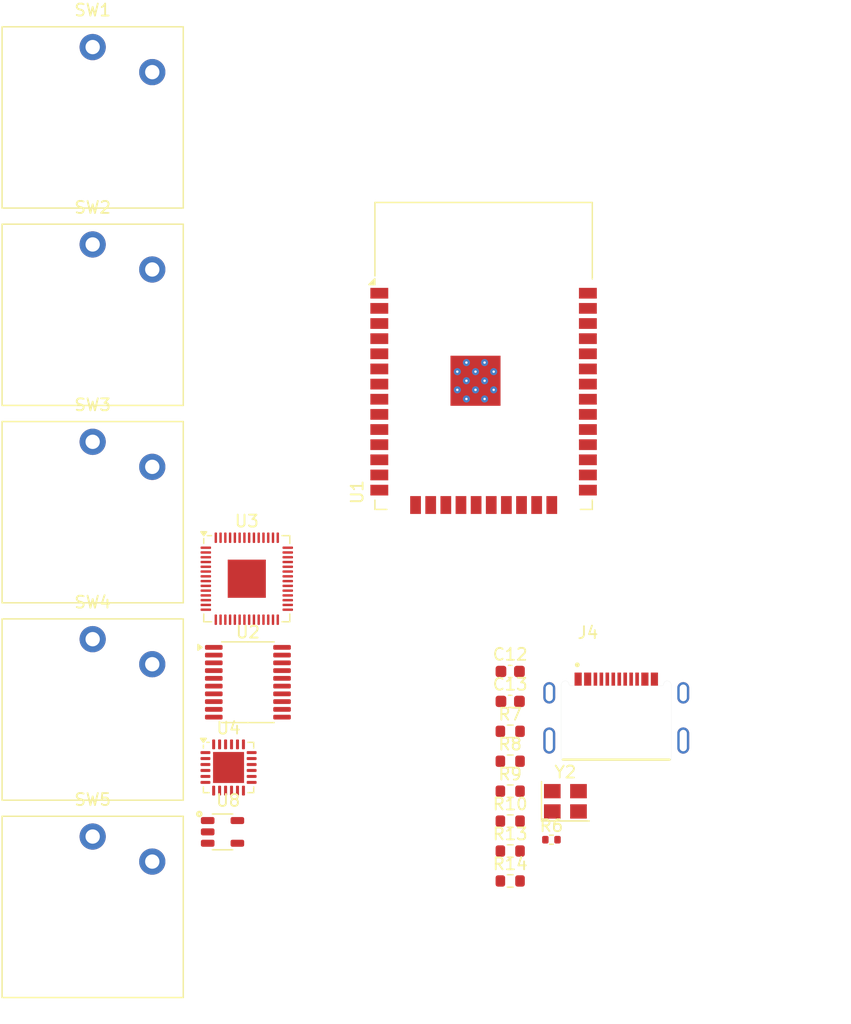
<source format=kicad_pcb>
(kicad_pcb (version 20241229) (generator "pcbnew") (generator_version "9.0")
  (layers (0 "F.Cu" signal) (2 "B.Cu" signal) (13 "F.Paste" user) (15 "B.Paste" user) (5 "F.SilkS" user "F.Silkscreen") (7 "B.SilkS" user "B.Silkscreen") (1 "F.Mask" user) (3 "B.Mask" user) (25 "Edge.Cuts" user))
  (net 0 "")
  (net 37 "Net-(U3-IOVDD-Pad1)")
  (net 68 "Net-(U3-DVDD-Pad23)")
  (net 96 "Net-(C12-Pad2)")
  (net 97 "GND")
  (net 98 "Net-(U1-IO33)")
  (net 99 "Net-(J4-CC2)")
  (net 100 "DM")
  (net 101 "DP")
  (net 103 "Net-(J4-CC1)")
  (net 104 "VBUS-RP2040")
  (net 106 "Net-(U1-IO32)")
  (net 107 "ESP_USB_DP")
  (net 108 "ESP_USB_DM")
  (net 109 "Net-(J2-CC1)")
  (net 110 "Net-(J2-CC2)")
  (net 111 "AGND")
  (net 112 "EN - ESP32")
  (net 113 "BCK")
  (net 114 "TXD-U0RXD")
  (net 115 "LRCK")
  (net 116 "SCK-ESP32")
  (net 117 "MOSI-ESP32")
  (net 118 "CS-ESP32")
  (net 119 "VCC3v3")
  (net 120 "MISO-ESP32")
  (net 121 "RXD-U0TXD")
  (net 122 "DTR")
  (net 123 "DIN")
  (net 124 "Net-(U2-LRCK)")
  (net 125 "Net-(U2-CAPM)")
  (net 126 "Net-(U2-CAPP)")
  (net 127 "Net-(U2-LDOO)")
  (net 128 "Net-(U2-OUTL)")
  (net 129 "Net-(U2-BCK)")
  (net 130 "Net-(U2-DIN)")
  (net 131 "Net-(U2-OUTR)")
  (net 132 "VCC3v3a")
  (net 133 "GNDREF")
  (net 134 "MOSI-RP2040")
  (net 135 "MISO-RP2040")
  (net 136 "CS-RP2040")
  (net 137 "SEL")
  (net 138 "SCK-RP2040")
  (net 139 "D+")
  (net 140 "VBUS-ESP32")
  (net 141 "D-")
  (footprint "Crystal:Crystal_SMD_3225-4Pin_3.2x2.5mm" (layer "F.Cu") (at 107.61 114.595)
    (property "Reference" "Y2" (at 0 -2.45 0) (layer "F.SilkS"))
    (property "Value" "40MHz-Xtal")
    (fp_line (start -2 -1.65) (end -2 1.65) (stroke (width 0.12)) (layer "F.SilkS"))
    (fp_line (start -2 1.65) (end 2 1.65) (stroke (width 0.12)) (layer "F.SilkS"))
    (pad "1" smd rect (at -1.1 0.85) (size 1.4 1.2) (layers "F.Cu" "F.Mask" "F.Paste") (net 98 "Net-(U1-IO33)"))
    (pad "2" smd rect (at 1.1 0.85) (size 1.4 1.2) (layers "F.Cu" "F.Mask" "F.Paste") (net 97 "GND"))
    (pad "3" smd rect (at 1.1 -0.85) (size 1.4 1.2) (layers "F.Cu" "F.Mask" "F.Paste") (net 96 "Net-(C12-Pad2)"))
    (pad "4" smd rect (at -1.1 -0.85) (size 1.4 1.2) (layers "F.Cu" "F.Mask" "F.Paste") (net 97 "GND"))
  )
  (footprint "Kailh_Choc_White:Choc_V1" (layer "F.Cu") (at 67.95 106.9)
    (property "Reference" "SW4" (at 0 -9 0) (layer "F.SilkS"))
    (property "Value" "SW_SPST")
    (fp_line (start -7.6 -7.6) (end -7.6 7.6) (stroke (width 0.12)) (layer "F.SilkS"))
    (fp_line (start -7.6 7.6) (end 7.6 7.6) (stroke (width 0.12)) (layer "F.SilkS"))
    (fp_line (start 7.6 -7.6) (end -7.6 -7.6) (stroke (width 0.12)) (layer "F.SilkS"))
    (fp_line (start 7.6 7.6) (end 7.6 -7.6) (stroke (width 0.12)) (layer "F.SilkS"))
    (pad "" np_thru_hole circle (at -5.5 0) (size 1.9 1.9) (drill 1.9) (layers "*.Cu" "*.Mask"))
    (pad "" np_thru_hole circle (at 0 0) (size 3.45 3.45) (drill 3.45) (layers "*.Cu" "*.Mask"))
    (pad "" np_thru_hole circle (at 5.5 0) (size 1.9 1.9) (drill 1.9) (layers "*.Cu" "*.Mask"))
    (pad "1" thru_hole circle (at 0 -5.9) (size 2.2 2.2) (drill 1.2) (layers "*.Cu" "*.Mask"))
    (pad "2" thru_hole circle (at 5 -3.8) (size 2.2 2.2) (drill 1.2) (layers "*.Cu" "*.Mask"))
  )
  (footprint "Resistor_SMD:R_0603_1608Metric" (layer "F.Cu") (at 102.98 113.745)
    (property "Reference" "R9" (at 0 -1.43 0) (layer "F.SilkS"))
    (property "Value" "5.1k")
    (fp_line (start -0.237258 -0.5225) (end 0.237258 -0.5225) (stroke (width 0.12)) (layer "F.SilkS"))
    (fp_line (start -0.237258 0.5225) (end 0.237258 0.5225) (stroke (width 0.12)) (layer "F.SilkS"))
    (pad "1" smd roundrect (at -0.825 0) (size 0.8 0.95) (layers "F.Cu" "F.Mask" "F.Paste") (net 97 "GND"))
    (pad "2" smd roundrect (at 0.825 0) (size 0.8 0.95) (layers "F.Cu" "F.Mask" "F.Paste") (net 99 "Net-(J4-CC2)"))
  )
  (footprint "RF_Module:ESP32-WROOM-32" (layer "F.Cu") (at 100.75 80.24)
    (property "Reference" "U1" (at -10.61 8.43 90) (layer "F.SilkS"))
    (property "Value" "ESP32-WROOM-32")
    (fp_line (start -9.12 -15.86) (end -9.12 -9.7) (stroke (width 0.12)) (layer "F.SilkS"))
    (fp_line (start -9.12 -15.86) (end 9.12 -15.86) (stroke (width 0.12)) (layer "F.SilkS"))
    (fp_line (start -9.12 9.1) (end -9.12 9.88) (stroke (width 0.12)) (layer "F.SilkS"))
    (fp_line (start -9.12 9.88) (end -8.12 9.88) (stroke (width 0.12)) (layer "F.SilkS"))
    (fp_line (start 9.12 -15.86) (end 9.12 -9.445) (stroke (width 0.12)) (layer "F.SilkS"))
    (fp_line (start 9.12 9.1) (end 9.12 9.88) (stroke (width 0.12)) (layer "F.SilkS"))
    (fp_line (start 9.12 9.88) (end 8.12 9.88) (stroke (width 0.12)) (layer "F.SilkS"))
    (fp_poly (pts (xy -9.125 -8.975) (xy -9.625 -8.975) (xy -9.125 -9.475) (xy -9.125 -8.975)) (stroke (width 0.12)) (fill yes) (layer "F.SilkS"))
    (pad "1" smd rect (at -8.75 -8.25) (size 1.5 0.9) (layers "F.Cu" "F.Mask" "F.Paste") (net 111 "AGND"))
    (pad "2" smd rect (at -8.75 -6.98) (size 1.5 0.9) (layers "F.Cu" "F.Mask" "F.Paste") (net 119 "VCC3v3"))
    (pad "3" smd rect (at -8.75 -5.71) (size 1.5 0.9) (layers "F.Cu" "F.Mask" "F.Paste") (net 112 "EN - ESP32"))
    (pad "4" smd rect (at -8.75 -4.44) (size 1.5 0.9) (layers "F.Cu" "F.Mask" "F.Paste"))
    (pad "5" smd rect (at -8.75 -3.17) (size 1.5 0.9) (layers "F.Cu" "F.Mask" "F.Paste"))
    (pad "6" smd rect (at -8.75 -1.9) (size 1.5 0.9) (layers "F.Cu" "F.Mask" "F.Paste"))
    (pad "7" smd rect (at -8.75 -0.63) (size 1.5 0.9) (layers "F.Cu" "F.Mask" "F.Paste"))
    (pad "8" smd rect (at -8.75 0.64) (size 1.5 0.9) (layers "F.Cu" "F.Mask" "F.Paste") (net 106 "Net-(U1-IO32)"))
    (pad "9" smd rect (at -8.75 1.91) (size 1.5 0.9) (layers "F.Cu" "F.Mask" "F.Paste") (net 98 "Net-(U1-IO33)"))
    (pad "10" smd rect (at -8.75 3.18) (size 1.5 0.9) (layers "F.Cu" "F.Mask" "F.Paste") (net 115 "LRCK"))
    (pad "11" smd rect (at -8.75 4.45) (size 1.5 0.9) (layers "F.Cu" "F.Mask" "F.Paste") (net 113 "BCK"))
    (pad "12" smd rect (at -8.75 5.72) (size 1.5 0.9) (layers "F.Cu" "F.Mask" "F.Paste"))
    (pad "13" smd rect (at -8.75 6.99) (size 1.5 0.9) (layers "F.Cu" "F.Mask" "F.Paste"))
    (pad "14" smd rect (at -8.75 8.26) (size 1.5 0.9) (layers "F.Cu" "F.Mask" "F.Paste"))
    (pad "15" smd rect (at -5.71 9.51 90) (size 1.5 0.9) (layers "F.Cu" "F.Mask" "F.Paste") (net 111 "AGND"))
    (pad "16" smd rect (at -4.44 9.51 90) (size 1.5 0.9) (layers "F.Cu" "F.Mask" "F.Paste"))
    (pad "17" smd rect (at -3.17 9.51 90) (size 1.5 0.9) (layers "F.Cu" "F.Mask" "F.Paste"))
    (pad "18" smd rect (at -1.9 9.51 90) (size 1.5 0.9) (layers "F.Cu" "F.Mask" "F.Paste"))
    (pad "19" smd rect (at -0.63 9.51 90) (size 1.5 0.9) (layers "F.Cu" "F.Mask" "F.Paste"))
    (pad "20" smd rect (at 0.64 9.51 90) (size 1.5 0.9) (layers "F.Cu" "F.Mask" "F.Paste"))
    (pad "21" smd rect (at 1.91 9.51 90) (size 1.5 0.9) (layers "F.Cu" "F.Mask" "F.Paste"))
    (pad "22" smd rect (at 3.18 9.51 90) (size 1.5 0.9) (layers "F.Cu" "F.Mask" "F.Paste"))
    (pad "23" smd rect (at 4.45 9.51 90) (size 1.5 0.9) (layers "F.Cu" "F.Mask" "F.Paste"))
    (pad "24" smd rect (at 5.72 9.51 90) (size 1.5 0.9) (layers "F.Cu" "F.Mask" "F.Paste"))
    (pad "25" smd rect (at 8.75 8.26) (size 1.5 0.9) (layers "F.Cu" "F.Mask" "F.Paste") (net 122 "DTR"))
    (pad "26" smd rect (at 8.75 6.99) (size 1.5 0.9) (layers "F.Cu" "F.Mask" "F.Paste"))
    (pad "27" smd rect (at 8.75 5.72) (size 1.5 0.9) (layers "F.Cu" "F.Mask" "F.Paste"))
    (pad "28" smd rect (at 8.75 4.45) (size 1.5 0.9) (layers "F.Cu" "F.Mask" "F.Paste"))
    (pad "29" smd rect (at 8.75 3.18) (size 1.5 0.9) (layers "F.Cu" "F.Mask" "F.Paste"))
    (pad "30" smd rect (at 8.75 1.91) (size 1.5 0.9) (layers "F.Cu" "F.Mask" "F.Paste") (net 116 "SCK-ESP32"))
    (pad "31" smd rect (at 8.75 0.64) (size 1.5 0.9) (layers "F.Cu" "F.Mask" "F.Paste") (net 120 "MISO-ESP32"))
    (pad "32" smd rect (at 8.75 -0.63) (size 1.5 0.9) (layers "F.Cu" "F.Mask" "F.Paste"))
    (pad "33" smd rect (at 8.75 -1.9) (size 1.5 0.9) (layers "F.Cu" "F.Mask" "F.Paste") (net 118 "CS-ESP32"))
    (pad "34" smd rect (at 8.75 -3.17) (size 1.5 0.9) (layers "F.Cu" "F.Mask" "F.Paste") (net 114 "TXD-U0RXD"))
    (pad "35" smd rect (at 8.75 -4.44) (size 1.5 0.9) (layers "F.Cu" "F.Mask" "F.Paste") (net 121 "RXD-U0TXD"))
    (pad "36" smd rect (at 8.75 -5.71) (size 1.5 0.9) (layers "F.Cu" "F.Mask" "F.Paste") (net 123 "DIN"))
    (pad "37" smd rect (at 8.75 -6.98) (size 1.5 0.9) (layers "F.Cu" "F.Mask" "F.Paste") (net 117 "MOSI-ESP32"))
    (pad "38" smd rect (at 8.75 -8.25) (size 1.5 0.9) (layers "F.Cu" "F.Mask" "F.Paste") (net 111 "AGND"))
    (pad "39" smd rect (at -2.205 -2.435) (size 1.05 1.05) (layers "F.Cu" "F.Paste") (net 111 "AGND"))
    (pad "39" thru_hole circle (at -2.205 -1.6725) (size 0.6 0.6) (drill 0.2) (property pad_prop_heatsink) (layers "*.Cu" "F.Mask") (net 111 "AGND"))
    (pad "39" smd rect (at -2.205 -0.91) (size 1.05 1.05) (layers "F.Cu" "F.Paste") (net 111 "AGND"))
    (pad "39" thru_hole circle (at -2.205 -0.1475) (size 0.6 0.6) (drill 0.2) (property pad_prop_heatsink) (layers "*.Cu" "F.Mask") (net 111 "AGND"))
    (pad "39" smd rect (at -2.205 0.615) (size 1.05 1.05) (layers "F.Cu" "F.Paste") (net 111 "AGND"))
    (pad "39" thru_hole circle (at -1.4425 -2.435) (size 0.6 0.6) (drill 0.2) (property pad_prop_heatsink) (layers "*.Cu" "F.Mask") (net 111 "AGND"))
    (pad "39" thru_hole circle (at -1.4425 -0.91) (size 0.6 0.6) (drill 0.2) (property pad_prop_heatsink) (layers "*.Cu" "F.Mask") (net 111 "AGND"))
    (pad "39" thru_hole circle (at -1.4425 0.615) (size 0.6 0.6) (drill 0.2) (property pad_prop_heatsink) (layers "*.Cu" "F.Mask") (net 111 "AGND"))
    (pad "39" smd rect (at -0.68 -2.435) (size 1.05 1.05) (layers "F.Cu" "F.Paste") (net 111 "AGND"))
    (pad "39" thru_hole circle (at -0.68 -1.6725) (size 0.6 0.6) (drill 0.2) (property pad_prop_heatsink) (layers "*.Cu" "F.Mask") (net 111 "AGND"))
    (pad "39" smd rect (at -0.68 -0.91) (size 1.05 1.05) (layers "F.Cu" "F.Paste") (net 111 "AGND"))
    (pad "39" smd rect (at -0.68 -0.91) (size 4.2 4.2) (property pad_prop_heatsink) (layers "F.Cu" "F.Mask") (net 111 "AGND"))
    (pad "39" thru_hole circle (at -0.68 -0.1475) (size 0.6 0.6) (drill 0.2) (property pad_prop_heatsink) (layers "*.Cu" "F.Mask") (net 111 "AGND"))
    (pad "39" smd rect (at -0.68 0.615) (size 1.05 1.05) (layers "F.Cu" "F.Paste") (net 111 "AGND"))
    (pad "39" thru_hole circle (at 0.0825 -2.435) (size 0.6 0.6) (drill 0.2) (property pad_prop_heatsink) (layers "*.Cu" "F.Mask") (net 111 "AGND"))
    (pad "39" thru_hole circle (at 0.0825 -0.91) (size 0.6 0.6) (drill 0.2) (property pad_prop_heatsink) (layers "*.Cu" "F.Mask") (net 111 "AGND"))
    (pad "39" thru_hole circle (at 0.0825 0.615) (size 0.6 0.6) (drill 0.2) (property pad_prop_heatsink) (layers "*.Cu" "F.Mask") (net 111 "AGND"))
    (pad "39" smd rect (at 0.845 -2.435) (size 1.05 1.05) (layers "F.Cu" "F.Paste") (net 111 "AGND"))
    (pad "39" thru_hole circle (at 0.845 -1.6725) (size 0.6 0.6) (drill 0.2) (property pad_prop_heatsink) (layers "*.Cu" "F.Mask") (net 111 "AGND"))
    (pad "39" smd rect (at 0.845 -0.91) (size 1.05 1.05) (layers "F.Cu" "F.Paste") (net 111 "AGND"))
    (pad "39" thru_hole circle (at 0.845 -0.1475) (size 0.6 0.6) (drill 0.2) (property pad_prop_heatsink) (layers "*.Cu" "F.Mask") (net 111 "AGND"))
    (pad "39" smd rect (at 0.845 0.615) (size 1.05 1.05) (layers "F.Cu" "F.Paste") (net 111 "AGND"))
  )
  (footprint "USB-C-2.0-24P(16+8):GCT_USB4500-03-0-A_REVA1" (layer "F.Cu") (at 111.88 109.5)
    (property "Reference" "J4" (at -2.375 -9.045 0) (layer "F.SilkS"))
    (property "Value" "USB4500-03-0-A_REVA1")
    (fp_line (start -4.47 1.6) (end 4.47 1.6) (stroke (width 0.2)) (layer "F.SilkS"))
    (fp_circle (center -3.27 -6.35) (end -3.17 -6.35) (stroke (width 0.2)) (fill no) (layer "F.SilkS"))
    (fp_line (start -4.62 -4.65) (end -4.62 1.6) (stroke (width 0.01)) (layer "Edge.Cuts"))
    (fp_line (start -4.62 1.6) (end 4.62 1.6) (stroke (width 0.01)) (layer "Edge.Cuts"))
    (fp_line (start 3.82 -4.6) (end -3.82 -4.6) (stroke (width 0.01)) (layer "Edge.Cuts"))
    (fp_line (start 4.62 1.6) (end 4.62 -4.65) (stroke (width 0.01)) (layer "Edge.Cuts"))
    (fp_arc (start -4.62 -4.65) (mid -4.517487 -4.897487) (end -4.27 -5) (stroke (width 0.01)) (layer "Edge.Cuts"))
    (fp_arc (start -4.27 -5) (mid -4.06201 -4.922132) (end -3.97 -4.72) (stroke (width 0.01)) (layer "Edge.Cuts"))
    (fp_arc (start -3.82 -4.6) (mid -3.919853 -4.628934) (end -3.97 -4.72) (stroke (width 0.01)) (layer "Edge.Cuts"))
    (fp_arc (start 3.97 -4.72) (mid 3.919853 -4.628934) (end 3.82 -4.6) (stroke (width 0.01)) (layer "Edge.Cuts"))
    (fp_arc (start 3.97 -4.72) (mid 4.06201 -4.922132) (end 4.27 -5) (stroke (width 0.01)) (layer "Edge.Cuts"))
    (fp_arc (start 4.27 -5) (mid 4.517487 -4.897487) (end 4.62 -4.65) (stroke (width 0.01)) (layer "Edge.Cuts"))
    (pad "A1_B12" smd rect (at -3.2 -5.15) (size 0.6 1.1) (layers "F.Cu" "F.Mask" "F.Paste") (net 97 "GND"))
    (pad "A4_B9" smd rect (at -2.4 -5.15) (size 0.6 1.1) (layers "F.Cu" "F.Mask" "F.Paste") (net 104 "VBUS-RP2040"))
    (pad "A5" smd rect (at -1.25 -5.15) (size 0.3 1.1) (layers "F.Cu" "F.Mask" "F.Paste") (net 103 "Net-(J4-CC1)"))
    (pad "A6" smd rect (at -0.25 -5.15) (size 0.3 1.1) (layers "F.Cu" "F.Mask" "F.Paste") (net 101 "DP"))
    (pad "A7" smd rect (at 0.25 -5.15) (size 0.3 1.1) (layers "F.Cu" "F.Mask" "F.Paste") (net 100 "DM"))
    (pad "A8" smd rect (at 1.25 -5.15) (size 0.3 1.1) (layers "F.Cu" "F.Mask" "F.Paste"))
    (pad "B1_A12" smd rect (at 3.2 -5.15) (size 0.6 1.1) (layers "F.Cu" "F.Mask" "F.Paste") (net 97 "GND"))
    (pad "B4_A9" smd rect (at 2.4 -5.15) (size 0.6 1.1) (layers "F.Cu" "F.Mask" "F.Paste") (net 104 "VBUS-RP2040"))
    (pad "B5" smd rect (at 1.75 -5.15) (size 0.3 1.1) (layers "F.Cu" "F.Mask" "F.Paste") (net 99 "Net-(J4-CC2)"))
    (pad "B6" smd rect (at 0.75 -5.15) (size 0.3 1.1) (layers "F.Cu" "F.Mask" "F.Paste") (net 101 "DP"))
    (pad "B7" smd rect (at -0.75 -5.15) (size 0.3 1.1) (layers "F.Cu" "F.Mask" "F.Paste") (net 100 "DM"))
    (pad "B8" smd rect (at -1.75 -5.15) (size 0.3 1.1) (layers "F.Cu" "F.Mask" "F.Paste"))
    (pad "SH1" thru_hole oval (at -5.62 0) (size 1 2.2) (drill oval 0.6 1.8) (layers "*.Cu" "*.Mask") (net 97 "GND"))
    (pad "SH2" thru_hole oval (at 5.62 -4) (size 1 1.8) (drill oval 0.6 1.4) (layers "*.Cu" "*.Mask") (net 97 "GND"))
    (pad "SH3" thru_hole oval (at -5.62 -4) (size 1 1.8) (drill oval 0.6 1.4) (layers "*.Cu" "*.Mask") (net 97 "GND"))
    (pad "SH4" thru_hole oval (at 5.62 0) (size 1 2.2) (drill oval 0.6 1.8) (layers "*.Cu" "*.Mask") (net 97 "GND"))
  )
  (footprint "Resistor_SMD:R_0603_1608Metric" (layer "F.Cu") (at 102.98 108.725)
    (property "Reference" "R7" (at 0 -1.43 0) (layer "F.SilkS"))
    (property "Value" "22k")
    (fp_line (start -0.237258 -0.5225) (end 0.237258 -0.5225) (stroke (width 0.12)) (layer "F.SilkS"))
    (fp_line (start -0.237258 0.5225) (end 0.237258 0.5225) (stroke (width 0.12)) (layer "F.SilkS"))
    (pad "1" smd roundrect (at -0.825 0) (size 0.8 0.95) (layers "F.Cu" "F.Mask" "F.Paste") (net 101 "DP"))
    (pad "2" smd roundrect (at 0.825 0) (size 0.8 0.95) (layers "F.Cu" "F.Mask" "F.Paste") (net 107 "ESP_USB_DP"))
  )
  (footprint "Kailh_Choc_White:Choc_V1" (layer "F.Cu") (at 67.95 123.45)
    (property "Reference" "SW5" (at 0 -9 0) (layer "F.SilkS"))
    (property "Value" "SW_SPST")
    (fp_line (start -7.6 -7.6) (end -7.6 7.6) (stroke (width 0.12)) (layer "F.SilkS"))
    (fp_line (start -7.6 7.6) (end 7.6 7.6) (stroke (width 0.12)) (layer "F.SilkS"))
    (fp_line (start 7.6 -7.6) (end -7.6 -7.6) (stroke (width 0.12)) (layer "F.SilkS"))
    (fp_line (start 7.6 7.6) (end 7.6 -7.6) (stroke (width 0.12)) (layer "F.SilkS"))
    (pad "" np_thru_hole circle (at -5.5 0) (size 1.9 1.9) (drill 1.9) (layers "*.Cu" "*.Mask"))
    (pad "" np_thru_hole circle (at 0 0) (size 3.45 3.45) (drill 3.45) (layers "*.Cu" "*.Mask"))
    (pad "" np_thru_hole circle (at 5.5 0) (size 1.9 1.9) (drill 1.9) (layers "*.Cu" "*.Mask"))
    (pad "1" thru_hole circle (at 0 -5.9) (size 2.2 2.2) (drill 1.2) (layers "*.Cu" "*.Mask"))
    (pad "2" thru_hole circle (at 5 -3.8) (size 2.2 2.2) (drill 1.2) (layers "*.Cu" "*.Mask"))
  )
  (footprint "Resistor_SMD:R_0402_1005Metric" (layer "F.Cu") (at 106.44 117.815)
    (property "Reference" "R6" (at 0 -1.17 0) (layer "F.SilkS"))
    (property "Value" "0k")
    (fp_line (start -0.153641 -0.38) (end 0.153641 -0.38) (stroke (width 0.12)) (layer "F.SilkS"))
    (fp_line (start -0.153641 0.38) (end 0.153641 0.38) (stroke (width 0.12)) (layer "F.SilkS"))
    (pad "1" smd roundrect (at -0.51 0) (size 0.54 0.64) (layers "F.Cu" "F.Mask" "F.Paste") (net 96 "Net-(C12-Pad2)"))
    (pad "2" smd roundrect (at 0.51 0) (size 0.54 0.64) (layers "F.Cu" "F.Mask" "F.Paste") (net 106 "Net-(U1-IO32)"))
  )
  (footprint "Package_SO:TSSOP-20_4.4x6.5mm_P0.65mm" (layer "F.Cu") (at 80.975 104.61)
    (property "Reference" "U2" (at 0 -4.2 0) (layer "F.SilkS"))
    (property "Value" "PCM5102A")
    (fp_line (start 0 -3.385) (end -2.2 -3.385) (stroke (width 0.12)) (layer "F.SilkS"))
    (fp_line (start 0 -3.385) (end 2.2 -3.385) (stroke (width 0.12)) (layer "F.SilkS"))
    (fp_line (start 0 3.385) (end -2.2 3.385) (stroke (width 0.12)) (layer "F.SilkS"))
    (fp_line (start 0 3.385) (end 2.2 3.385) (stroke (width 0.12)) (layer "F.SilkS"))
    (fp_poly (pts (xy -3.86 -2.925) (xy -4.19 -3.165) (xy -4.19 -2.685) (xy -3.86 -2.925)) (stroke (width 0.12)) (fill yes) (layer "F.SilkS"))
    (pad "1" smd roundrect (at -2.8625 -2.925) (size 1.475 0.4) (layers "F.Cu" "F.Mask" "F.Paste") (net 132 "VCC3v3a"))
    (pad "2" smd roundrect (at -2.8625 -2.275) (size 1.475 0.4) (layers "F.Cu" "F.Mask" "F.Paste") (net 126 "Net-(U2-CAPP)"))
    (pad "3" smd roundrect (at -2.8625 -1.625) (size 1.475 0.4) (layers "F.Cu" "F.Mask" "F.Paste"))
    (pad "4" smd roundrect (at -2.8625 -0.975) (size 1.475 0.4) (layers "F.Cu" "F.Mask" "F.Paste") (net 125 "Net-(U2-CAPM)"))
    (pad "5" smd roundrect (at -2.8625 -0.325) (size 1.475 0.4) (layers "F.Cu" "F.Mask" "F.Paste"))
    (pad "6" smd roundrect (at -2.8625 0.325) (size 1.475 0.4) (layers "F.Cu" "F.Mask" "F.Paste") (net 128 "Net-(U2-OUTL)"))
    (pad "7" smd roundrect (at -2.8625 0.975) (size 1.475 0.4) (layers "F.Cu" "F.Mask" "F.Paste") (net 131 "Net-(U2-OUTR)"))
    (pad "8" smd roundrect (at -2.8625 1.625) (size 1.475 0.4) (layers "F.Cu" "F.Mask" "F.Paste") (net 132 "VCC3v3a"))
    (pad "9" smd roundrect (at -2.8625 2.275) (size 1.475 0.4) (layers "F.Cu" "F.Mask" "F.Paste") (net 133 "GNDREF"))
    (pad "10" smd roundrect (at -2.8625 2.925) (size 1.475 0.4) (layers "F.Cu" "F.Mask" "F.Paste") (net 111 "AGND"))
    (pad "11" smd roundrect (at 2.8625 2.925) (size 1.475 0.4) (layers "F.Cu" "F.Mask" "F.Paste") (net 111 "AGND"))
    (pad "12" smd roundrect (at 2.8625 2.275) (size 1.475 0.4) (layers "F.Cu" "F.Mask" "F.Paste"))
    (pad "13" smd roundrect (at 2.8625 1.625) (size 1.475 0.4) (layers "F.Cu" "F.Mask" "F.Paste") (net 129 "Net-(U2-BCK)"))
    (pad "14" smd roundrect (at 2.8625 0.975) (size 1.475 0.4) (layers "F.Cu" "F.Mask" "F.Paste") (net 130 "Net-(U2-DIN)"))
    (pad "15" smd roundrect (at 2.8625 0.325) (size 1.475 0.4) (layers "F.Cu" "F.Mask" "F.Paste") (net 124 "Net-(U2-LRCK)"))
    (pad "16" smd roundrect (at 2.8625 -0.325) (size 1.475 0.4) (layers "F.Cu" "F.Mask" "F.Paste") (net 111 "AGND"))
    (pad "17" smd roundrect (at 2.8625 -0.975) (size 1.475 0.4) (layers "F.Cu" "F.Mask" "F.Paste") (net 111 "AGND"))
    (pad "18" smd roundrect (at 2.8625 -1.625) (size 1.475 0.4) (layers "F.Cu" "F.Mask" "F.Paste") (net 127 "Net-(U2-LDOO)"))
    (pad "19" smd roundrect (at 2.8625 -2.275) (size 1.475 0.4) (layers "F.Cu" "F.Mask" "F.Paste") (net 111 "AGND"))
    (pad "20" smd roundrect (at 2.8625 -2.925) (size 1.475 0.4) (layers "F.Cu" "F.Mask" "F.Paste") (net 119 "VCC3v3"))
  )
  (footprint "Resistor_SMD:R_0603_1608Metric" (layer "F.Cu") (at 102.98 118.765)
    (property "Reference" "R13" (at 0 -1.43 0) (layer "F.SilkS"))
    (property "Value" "5.1k")
    (fp_line (start -0.237258 -0.5225) (end 0.237258 -0.5225) (stroke (width 0.12)) (layer "F.SilkS"))
    (fp_line (start -0.237258 0.5225) (end 0.237258 0.5225) (stroke (width 0.12)) (layer "F.SilkS"))
    (pad "1" smd roundrect (at -0.825 0) (size 0.8 0.95) (layers "F.Cu" "F.Mask" "F.Paste") (net 109 "Net-(J2-CC1)"))
    (pad "2" smd roundrect (at 0.825 0) (size 0.8 0.95) (layers "F.Cu" "F.Mask" "F.Paste") (net 97 "GND"))
  )
  (footprint "Resistor_SMD:R_0603_1608Metric" (layer "F.Cu") (at 102.98 111.235)
    (property "Reference" "R8" (at 0 -1.43 0) (layer "F.SilkS"))
    (property "Value" "22k")
    (fp_line (start -0.237258 -0.5225) (end 0.237258 -0.5225) (stroke (width 0.12)) (layer "F.SilkS"))
    (fp_line (start -0.237258 0.5225) (end 0.237258 0.5225) (stroke (width 0.12)) (layer "F.SilkS"))
    (pad "1" smd roundrect (at -0.825 0) (size 0.8 0.95) (layers "F.Cu" "F.Mask" "F.Paste") (net 100 "DM"))
    (pad "2" smd roundrect (at 0.825 0) (size 0.8 0.95) (layers "F.Cu" "F.Mask" "F.Paste") (net 108 "ESP_USB_DM"))
  )
  (footprint "Capacitor_SMD:C_0603_1608Metric" (layer "F.Cu") (at 102.98 103.705)
    (property "Reference" "C12" (at 0 -1.43 0) (layer "F.SilkS"))
    (property "Value" "18pF")
    (fp_line (start -0.14058 -0.51) (end 0.14058 -0.51) (stroke (width 0.12)) (layer "F.SilkS"))
    (fp_line (start -0.14058 0.51) (end 0.14058 0.51) (stroke (width 0.12)) (layer "F.SilkS"))
    (pad "1" smd roundrect (at -0.775 0) (size 0.9 0.95) (layers "F.Cu" "F.Mask" "F.Paste") (net 97 "GND"))
    (pad "2" smd roundrect (at 0.775 0) (size 0.9 0.95) (layers "F.Cu" "F.Mask" "F.Paste") (net 96 "Net-(C12-Pad2)"))
  )
  (footprint "Kailh_Choc_White:Choc_V1" (layer "F.Cu") (at 67.95 57.25)
    (property "Reference" "SW1" (at 0 -9 0) (layer "F.SilkS"))
    (property "Value" "SW_SPST")
    (fp_line (start -7.6 -7.6) (end -7.6 7.6) (stroke (width 0.12)) (layer "F.SilkS"))
    (fp_line (start -7.6 7.6) (end 7.6 7.6) (stroke (width 0.12)) (layer "F.SilkS"))
    (fp_line (start 7.6 -7.6) (end -7.6 -7.6) (stroke (width 0.12)) (layer "F.SilkS"))
    (fp_line (start 7.6 7.6) (end 7.6 -7.6) (stroke (width 0.12)) (layer "F.SilkS"))
    (pad "" np_thru_hole circle (at -5.5 0) (size 1.9 1.9) (drill 1.9) (layers "*.Cu" "*.Mask"))
    (pad "" np_thru_hole circle (at 0 0) (size 3.45 3.45) (drill 3.45) (layers "*.Cu" "*.Mask"))
    (pad "" np_thru_hole circle (at 5.5 0) (size 1.9 1.9) (drill 1.9) (layers "*.Cu" "*.Mask"))
    (pad "1" thru_hole circle (at 0 -5.9) (size 2.2 2.2) (drill 1.2) (layers "*.Cu" "*.Mask"))
    (pad "2" thru_hole circle (at 5 -3.8) (size 2.2 2.2) (drill 1.2) (layers "*.Cu" "*.Mask"))
  )
  (footprint "Package_DFN_QFN:QFN-24-1EP_4x4mm_P0.5mm_EP2.6x2.6mm" (layer "F.Cu") (at 79.35 111.76)
    (property "Reference" "U4" (at 0 -3.3 0) (layer "F.SilkS"))
    (property "Value" "CP2102N-Axx-xQFN24")
    (fp_line (start -2.11 -1.635) (end -2.11 -1.87) (stroke (width 0.12)) (layer "F.SilkS"))
    (fp_line (start -2.11 2.11) (end -2.11 1.635) (stroke (width 0.12)) (layer "F.SilkS"))
    (fp_line (start -1.635 -2.11) (end -1.81 -2.11) (stroke (width 0.12)) (layer "F.SilkS"))
    (fp_line (start -1.635 2.11) (end -2.11 2.11) (stroke (width 0.12)) (layer "F.SilkS"))
    (fp_line (start 1.635 -2.11) (end 2.11 -2.11) (stroke (width 0.12)) (layer "F.SilkS"))
    (fp_line (start 1.635 2.11) (end 2.11 2.11) (stroke (width 0.12)) (layer "F.SilkS"))
    (fp_line (start 2.11 -2.11) (end 2.11 -1.635) (stroke (width 0.12)) (layer "F.SilkS"))
    (fp_line (start 2.11 2.11) (end 2.11 1.635) (stroke (width 0.12)) (layer "F.SilkS"))
    (fp_poly (pts (xy -2.11 -2.11) (xy -2.35 -2.44) (xy -1.87 -2.44) (xy -2.11 -2.11)) (stroke (width 0.12)) (fill yes) (layer "F.SilkS"))
    (pad "1" smd roundrect (at -1.9375 -1.25) (size 0.825 0.25) (layers "F.Cu" "F.Mask" "F.Paste"))
    (pad "2" smd roundrect (at -1.9375 -0.75) (size 0.825 0.25) (layers "F.Cu" "F.Mask" "F.Paste") (net 111 "AGND"))
    (pad "3" smd roundrect (at -1.9375 -0.25) (size 0.825 0.25) (layers "F.Cu" "F.Mask" "F.Paste") (net 139 "D+"))
    (pad "4" smd roundrect (at -1.9375 0.25) (size 0.825 0.25) (layers "F.Cu" "F.Mask" "F.Paste") (net 141 "D-"))
    (pad "5" smd roundrect (at -1.9375 0.75) (size 0.825 0.25) (layers "F.Cu" "F.Mask" "F.Paste"))
    (pad "6" smd roundrect (at -1.9375 1.25) (size 0.825 0.25) (layers "F.Cu" "F.Mask" "F.Paste") (net 119 "VCC3v3"))
    (pad "7" smd roundrect (at -1.25 1.9375) (size 0.25 0.825) (layers "F.Cu" "F.Mask" "F.Paste"))
    (pad "8" smd roundrect (at -0.75 1.9375) (size 0.25 0.825) (layers "F.Cu" "F.Mask" "F.Paste") (net 140 "VBUS-ESP32"))
    (pad "9" smd roundrect (at -0.25 1.9375) (size 0.25 0.825) (layers "F.Cu" "F.Mask" "F.Paste") (net 112 "EN - ESP32"))
    (pad "10" smd roundrect (at 0.25 1.9375) (size 0.25 0.825) (layers "F.Cu" "F.Mask" "F.Paste"))
    (pad "11" smd roundrect (at 0.75 1.9375) (size 0.25 0.825) (layers "F.Cu" "F.Mask" "F.Paste"))
    (pad "12" smd roundrect (at 1.25 1.9375) (size 0.25 0.825) (layers "F.Cu" "F.Mask" "F.Paste"))
    (pad "13" smd roundrect (at 1.9375 1.25) (size 0.825 0.25) (layers "F.Cu" "F.Mask" "F.Paste"))
    (pad "14" smd roundrect (at 1.9375 0.75) (size 0.825 0.25) (layers "F.Cu" "F.Mask" "F.Paste"))
    (pad "15" smd roundrect (at 1.9375 0.25) (size 0.825 0.25) (layers "F.Cu" "F.Mask" "F.Paste"))
    (pad "16" smd roundrect (at 1.9375 -0.25) (size 0.825 0.25) (layers "F.Cu" "F.Mask" "F.Paste"))
    (pad "17" smd roundrect (at 1.9375 -0.75) (size 0.825 0.25) (layers "F.Cu" "F.Mask" "F.Paste"))
    (pad "18" smd roundrect (at 1.9375 -1.25) (size 0.825 0.25) (layers "F.Cu" "F.Mask" "F.Paste"))
    (pad "19" smd roundrect (at 1.25 -1.9375) (size 0.25 0.825) (layers "F.Cu" "F.Mask" "F.Paste"))
    (pad "20" smd roundrect (at 0.75 -1.9375) (size 0.25 0.825) (layers "F.Cu" "F.Mask" "F.Paste") (net 121 "RXD-U0TXD"))
    (pad "21" smd roundrect (at 0.25 -1.9375) (size 0.25 0.825) (layers "F.Cu" "F.Mask" "F.Paste") (net 114 "TXD-U0RXD"))
    (pad "22" smd roundrect (at -0.25 -1.9375) (size 0.25 0.825) (layers "F.Cu" "F.Mask" "F.Paste"))
    (pad "23" smd roundrect (at -0.75 -1.9375) (size 0.25 0.825) (layers "F.Cu" "F.Mask" "F.Paste") (net 122 "DTR"))
    (pad "24" smd roundrect (at -1.25 -1.9375) (size 0.25 0.825) (layers "F.Cu" "F.Mask" "F.Paste"))
    (pad "25" smd rect (at 0 0) (size 2.6 2.6) (property pad_prop_heatsink) (layers "F.Cu" "F.Mask") (net 111 "AGND"))
  )
  (footprint "Resistor_SMD:R_0603_1608Metric" (layer "F.Cu") (at 102.98 116.255)
    (property "Reference" "R10" (at 0 -1.43 0) (layer "F.SilkS"))
    (property "Value" "5.1k")
    (fp_line (start -0.237258 -0.5225) (end 0.237258 -0.5225) (stroke (width 0.12)) (layer "F.SilkS"))
    (fp_line (start -0.237258 0.5225) (end 0.237258 0.5225) (stroke (width 0.12)) (layer "F.SilkS"))
    (pad "1" smd roundrect (at -0.825 0) (size 0.8 0.95) (layers "F.Cu" "F.Mask" "F.Paste") (net 103 "Net-(J4-CC1)"))
    (pad "2" smd roundrect (at 0.825 0) (size 0.8 0.95) (layers "F.Cu" "F.Mask" "F.Paste") (net 97 "GND"))
  )
  (footprint "Capacitor_SMD:C_0603_1608Metric" (layer "F.Cu") (at 102.98 106.215)
    (property "Reference" "C13" (at 0 -1.43 0) (layer "F.SilkS"))
    (property "Value" "18pF")
    (fp_line (start -0.14058 -0.51) (end 0.14058 -0.51) (stroke (width 0.12)) (layer "F.SilkS"))
    (fp_line (start -0.14058 0.51) (end 0.14058 0.51) (stroke (width 0.12)) (layer "F.SilkS"))
    (pad "1" smd roundrect (at -0.775 0) (size 0.9 0.95) (layers "F.Cu" "F.Mask" "F.Paste") (net 98 "Net-(U1-IO33)"))
    (pad "2" smd roundrect (at 0.775 0) (size 0.9 0.95) (layers "F.Cu" "F.Mask" "F.Paste") (net 97 "GND"))
  )
  (footprint "Resistor_SMD:R_0603_1608Metric" (layer "F.Cu") (at 102.98 121.275)
    (property "Reference" "R14" (at 0 -1.43 0) (layer "F.SilkS"))
    (property "Value" "5.1k")
    (fp_line (start -0.237258 -0.5225) (end 0.237258 -0.5225) (stroke (width 0.12)) (layer "F.SilkS"))
    (fp_line (start -0.237258 0.5225) (end 0.237258 0.5225) (stroke (width 0.12)) (layer "F.SilkS"))
    (pad "1" smd roundrect (at -0.825 0) (size 0.8 0.95) (layers "F.Cu" "F.Mask" "F.Paste") (net 110 "Net-(J2-CC2)"))
    (pad "2" smd roundrect (at 0.825 0) (size 0.8 0.95) (layers "F.Cu" "F.Mask" "F.Paste") (net 97 "GND"))
  )
  (footprint "Kailh_Choc_White:Choc_V1" (layer "F.Cu") (at 67.95 90.35)
    (property "Reference" "SW3" (at 0 -9 0) (layer "F.SilkS"))
    (property "Value" "SW_SPST")
    (fp_line (start -7.6 -7.6) (end -7.6 7.6) (stroke (width 0.12)) (layer "F.SilkS"))
    (fp_line (start -7.6 7.6) (end 7.6 7.6) (stroke (width 0.12)) (layer "F.SilkS"))
    (fp_line (start 7.6 -7.6) (end -7.6 -7.6) (stroke (width 0.12)) (layer "F.SilkS"))
    (fp_line (start 7.6 7.6) (end 7.6 -7.6) (stroke (width 0.12)) (layer "F.SilkS"))
    (pad "" np_thru_hole circle (at -5.5 0) (size 1.9 1.9) (drill 1.9) (layers "*.Cu" "*.Mask"))
    (pad "" np_thru_hole circle (at 0 0) (size 3.45 3.45) (drill 3.45) (layers "*.Cu" "*.Mask"))
    (pad "" np_thru_hole circle (at 5.5 0) (size 1.9 1.9) (drill 1.9) (layers "*.Cu" "*.Mask"))
    (pad "1" thru_hole circle (at 0 -5.9) (size 2.2 2.2) (drill 1.2) (layers "*.Cu" "*.Mask"))
    (pad "2" thru_hole circle (at 5 -3.8) (size 2.2 2.2) (drill 1.2) (layers "*.Cu" "*.Mask"))
  )
  (footprint "Kailh_Choc_White:Choc_V1" (layer "F.Cu") (at 67.95 73.8)
    (property "Reference" "SW2" (at 0 -9 0) (layer "F.SilkS"))
    (property "Value" "SW_SPST")
    (fp_line (start -7.6 -7.6) (end -7.6 7.6) (stroke (width 0.12)) (layer "F.SilkS"))
    (fp_line (start -7.6 7.6) (end 7.6 7.6) (stroke (width 0.12)) (layer "F.SilkS"))
    (fp_line (start 7.6 -7.6) (end -7.6 -7.6) (stroke (width 0.12)) (layer "F.SilkS"))
    (fp_line (start 7.6 7.6) (end 7.6 -7.6) (stroke (width 0.12)) (layer "F.SilkS"))
    (pad "" np_thru_hole circle (at -5.5 0) (size 1.9 1.9) (drill 1.9) (layers "*.Cu" "*.Mask"))
    (pad "" np_thru_hole circle (at 0 0) (size 3.45 3.45) (drill 3.45) (layers "*.Cu" "*.Mask"))
    (pad "" np_thru_hole circle (at 5.5 0) (size 1.9 1.9) (drill 1.9) (layers "*.Cu" "*.Mask"))
    (pad "1" thru_hole circle (at 0 -5.9) (size 2.2 2.2) (drill 1.2) (layers "*.Cu" "*.Mask"))
    (pad "2" thru_hole circle (at 5 -3.8) (size 2.2 2.2) (drill 1.2) (layers "*.Cu" "*.Mask"))
  )
  (footprint "Package_DFN_QFN:QFN-56-1EP_7x7mm_P0.4mm_EP3.2x3.2mm" (layer "F.Cu") (at 80.88 95.93)
    (property "Reference" "U3" (at 0 -4.83 0) (layer "F.SilkS"))
    (property "Value" "RP2040")
    (fp_line (start -3.61 -2.96) (end -3.61 -3.37) (stroke (width 0.12)) (layer "F.SilkS"))
    (fp_line (start -3.61 3.61) (end -3.61 2.96) (stroke (width 0.12)) (layer "F.SilkS"))
    (fp_line (start -2.96 -3.61) (end -3.31 -3.61) (stroke (width 0.12)) (layer "F.SilkS"))
    (fp_line (start -2.96 3.61) (end -3.61 3.61) (stroke (width 0.12)) (layer "F.SilkS"))
    (fp_line (start 2.96 -3.61) (end 3.61 -3.61) (stroke (width 0.12)) (layer "F.SilkS"))
    (fp_line (start 2.96 3.61) (end 3.61 3.61) (stroke (width 0.12)) (layer "F.SilkS"))
    (fp_line (start 3.61 -3.61) (end 3.61 -2.96) (stroke (width 0.12)) (layer "F.SilkS"))
    (fp_line (start 3.61 3.61) (end 3.61 2.96) (stroke (width 0.12)) (layer "F.SilkS"))
    (fp_poly (pts (xy -3.61 -3.61) (xy -3.85 -3.94) (xy -3.37 -3.94) (xy -3.61 -3.61)) (stroke (width 0.12)) (fill yes) (layer "F.SilkS"))
    (pad "1" smd roundrect (at -3.4375 -2.6) (size 0.875 0.2) (layers "F.Cu" "F.Mask" "F.Paste") (net 37 "Net-(U3-IOVDD-Pad1)"))
    (pad "2" smd roundrect (at -3.4375 -2.2) (size 0.875 0.2) (layers "F.Cu" "F.Mask" "F.Paste"))
    (pad "3" smd roundrect (at -3.4375 -1.8) (size 0.875 0.2) (layers "F.Cu" "F.Mask" "F.Paste") (net 136 "CS-RP2040"))
    (pad "4" smd roundrect (at -3.4375 -1.4) (size 0.875 0.2) (layers "F.Cu" "F.Mask" "F.Paste") (net 138 "SCK-RP2040"))
    (pad "5" smd roundrect (at -3.4375 -1) (size 0.875 0.2) (layers "F.Cu" "F.Mask" "F.Paste") (net 134 "MOSI-RP2040"))
    (pad "6" smd roundrect (at -3.4375 -0.6) (size 0.875 0.2) (layers "F.Cu" "F.Mask" "F.Paste") (net 135 "MISO-RP2040"))
    (pad "7" smd roundrect (at -3.4375 -0.2) (size 0.875 0.2) (layers "F.Cu" "F.Mask" "F.Paste"))
    (pad "8" smd roundrect (at -3.4375 0.2) (size 0.875 0.2) (layers "F.Cu" "F.Mask" "F.Paste"))
    (pad "9" smd roundrect (at -3.4375 0.6) (size 0.875 0.2) (layers "F.Cu" "F.Mask" "F.Paste"))
    (pad "10" smd roundrect (at -3.4375 1) (size 0.875 0.2) (layers "F.Cu" "F.Mask" "F.Paste") (net 37 "Net-(U3-IOVDD-Pad1)"))
    (pad "11" smd roundrect (at -3.4375 1.4) (size 0.875 0.2) (layers "F.Cu" "F.Mask" "F.Paste"))
    (pad "12" smd roundrect (at -3.4375 1.8) (size 0.875 0.2) (layers "F.Cu" "F.Mask" "F.Paste"))
    (pad "13" smd roundrect (at -3.4375 2.2) (size 0.875 0.2) (layers "F.Cu" "F.Mask" "F.Paste"))
    (pad "14" smd roundrect (at -3.4375 2.6) (size 0.875 0.2) (layers "F.Cu" "F.Mask" "F.Paste"))
    (pad "15" smd roundrect (at -2.6 3.4375) (size 0.2 0.875) (layers "F.Cu" "F.Mask" "F.Paste"))
    (pad "16" smd roundrect (at -2.2 3.4375) (size 0.2 0.875) (layers "F.Cu" "F.Mask" "F.Paste"))
    (pad "17" smd roundrect (at -1.8 3.4375) (size 0.2 0.875) (layers "F.Cu" "F.Mask" "F.Paste"))
    (pad "18" smd roundrect (at -1.4 3.4375) (size 0.2 0.875) (layers "F.Cu" "F.Mask" "F.Paste"))
    (pad "19" smd roundrect (at -1 3.4375) (size 0.2 0.875) (layers "F.Cu" "F.Mask" "F.Paste"))
    (pad "20" smd roundrect (at -0.6 3.4375) (size 0.2 0.875) (layers "F.Cu" "F.Mask" "F.Paste"))
    (pad "21" smd roundrect (at -0.2 3.4375) (size 0.2 0.875) (layers "F.Cu" "F.Mask" "F.Paste"))
    (pad "22" smd roundrect (at 0.2 3.4375) (size 0.2 0.875) (layers "F.Cu" "F.Mask" "F.Paste") (net 37 "Net-(U3-IOVDD-Pad1)"))
    (pad "23" smd roundrect (at 0.6 3.4375) (size 0.2 0.875) (layers "F.Cu" "F.Mask" "F.Paste") (net 68 "Net-(U3-DVDD-Pad23)"))
    (pad "24" smd roundrect (at 1 3.4375) (size 0.2 0.875) (layers "F.Cu" "F.Mask" "F.Paste"))
    (pad "25" smd roundrect (at 1.4 3.4375) (size 0.2 0.875) (layers "F.Cu" "F.Mask" "F.Paste"))
    (pad "26" smd roundrect (at 1.8 3.4375) (size 0.2 0.875) (layers "F.Cu" "F.Mask" "F.Paste"))
    (pad "27" smd roundrect (at 2.2 3.4375) (size 0.2 0.875) (layers "F.Cu" "F.Mask" "F.Paste"))
    (pad "28" smd roundrect (at 2.6 3.4375) (size 0.2 0.875) (layers "F.Cu" "F.Mask" "F.Paste"))
    (pad "29" smd roundrect (at 3.4375 2.6) (size 0.875 0.2) (layers "F.Cu" "F.Mask" "F.Paste"))
    (pad "30" smd roundrect (at 3.4375 2.2) (size 0.875 0.2) (layers "F.Cu" "F.Mask" "F.Paste"))
    (pad "31" smd roundrect (at 3.4375 1.8) (size 0.875 0.2) (layers "F.Cu" "F.Mask" "F.Paste"))
    (pad "32" smd roundrect (at 3.4375 1.4) (size 0.875 0.2) (layers "F.Cu" "F.Mask" "F.Paste"))
    (pad "33" smd roundrect (at 3.4375 1) (size 0.875 0.2) (layers "F.Cu" "F.Mask" "F.Paste") (net 37 "Net-(U3-IOVDD-Pad1)"))
    (pad "34" smd roundrect (at 3.4375 0.6) (size 0.875 0.2) (layers "F.Cu" "F.Mask" "F.Paste"))
    (pad "35" smd roundrect (at 3.4375 0.2) (size 0.875 0.2) (layers "F.Cu" "F.Mask" "F.Paste"))
    (pad "36" smd roundrect (at 3.4375 -0.2) (size 0.875 0.2) (layers "F.Cu" "F.Mask" "F.Paste") (net 137 "SEL"))
    (pad "37" smd roundrect (at 3.4375 -0.6) (size 0.875 0.2) (layers "F.Cu" "F.Mask" "F.Paste"))
    (pad "38" smd roundrect (at 3.4375 -1) (size 0.875 0.2) (layers "F.Cu" "F.Mask" "F.Paste"))
    (pad "39" smd roundrect (at 3.4375 -1.4) (size 0.875 0.2) (layers "F.Cu" "F.Mask" "F.Paste") (net 119 "VCC3v3"))
    (pad "40" smd roundrect (at 3.4375 -1.8) (size 0.875 0.2) (layers "F.Cu" "F.Mask" "F.Paste"))
    (pad "41" smd roundrect (at 3.4375 -2.2) (size 0.875 0.2) (layers "F.Cu" "F.Mask" "F.Paste"))
    (pad "42" smd roundrect (at 3.4375 -2.6) (size 0.875 0.2) (layers "F.Cu" "F.Mask" "F.Paste") (net 37 "Net-(U3-IOVDD-Pad1)"))
    (pad "43" smd roundrect (at 2.6 -3.4375) (size 0.2 0.875) (layers "F.Cu" "F.Mask" "F.Paste"))
    (pad "44" smd roundrect (at 2.2 -3.4375) (size 0.2 0.875) (layers "F.Cu" "F.Mask" "F.Paste"))
    (pad "45" smd roundrect (at 1.8 -3.4375) (size 0.2 0.875) (layers "F.Cu" "F.Mask" "F.Paste"))
    (pad "46" smd roundrect (at 1.4 -3.4375) (size 0.2 0.875) (layers "F.Cu" "F.Mask" "F.Paste") (net 108 "ESP_USB_DM"))
    (pad "47" smd roundrect (at 1 -3.4375) (size 0.2 0.875) (layers "F.Cu" "F.Mask" "F.Paste") (net 107 "ESP_USB_DP"))
    (pad "48" smd roundrect (at 0.6 -3.4375) (size 0.2 0.875) (layers "F.Cu" "F.Mask" "F.Paste"))
    (pad "49" smd roundrect (at 0.2 -3.4375) (size 0.2 0.875) (layers "F.Cu" "F.Mask" "F.Paste") (net 37 "Net-(U3-IOVDD-Pad1)"))
    (pad "50" smd roundrect (at -0.2 -3.4375) (size 0.2 0.875) (layers "F.Cu" "F.Mask" "F.Paste") (net 68 "Net-(U3-DVDD-Pad23)"))
    (pad "51" smd roundrect (at -0.6 -3.4375) (size 0.2 0.875) (layers "F.Cu" "F.Mask" "F.Paste"))
    (pad "52" smd roundrect (at -1 -3.4375) (size 0.2 0.875) (layers "F.Cu" "F.Mask" "F.Paste"))
    (pad "53" smd roundrect (at -1.4 -3.4375) (size 0.2 0.875) (layers "F.Cu" "F.Mask" "F.Paste"))
    (pad "54" smd roundrect (at -1.8 -3.4375) (size 0.2 0.875) (layers "F.Cu" "F.Mask" "F.Paste"))
    (pad "55" smd roundrect (at -2.2 -3.4375) (size 0.2 0.875) (layers "F.Cu" "F.Mask" "F.Paste"))
    (pad "56" smd roundrect (at -2.6 -3.4375) (size 0.2 0.875) (layers "F.Cu" "F.Mask" "F.Paste"))
    (pad "57" smd rect (at 0 0) (size 3.2 3.2) (property pad_prop_heatsink) (layers "F.Cu" "F.Mask") (net 111 "AGND"))
  )
  (footprint "STC4054GR:SOT95P280X110-5N" (layer "F.Cu") (at 78.845709 117.16)
    (property "Reference" "U8" (at 0.474995 -2.635025 0) (layer "F.SilkS") (effects (font (size 1.000008 1.000008))))
    (property "Value" "STC4054GR")
    (fp_line (start -0.85 -1.5) (end 0.85 -1.5) (stroke (width 0.127)) (layer "F.SilkS"))
    (fp_line (start -0.85 1.5) (end 0.85 1.5) (stroke (width 0.127)) (layer "F.SilkS"))
    (fp_circle (center -1.95 -1.5) (end -1.879291 -1.5) (stroke (width 0.2)) (fill no) (layer "F.SilkS"))
    (pad "1" smd roundrect (at -1.245 -0.95) (size 1.14 0.59) (layers "F.Cu" "F.Mask" "F.Paste"))
    (pad "2" smd roundrect (at -1.245 0) (size 1.14 0.59) (layers "F.Cu" "F.Mask" "F.Paste") (net 111 "AGND"))
    (pad "3" smd roundrect (at -1.245 0.95) (size 1.14 0.59) (layers "F.Cu" "F.Mask" "F.Paste"))
    (pad "4" smd roundrect (at 1.245 0.95) (size 1.14 0.59) (layers "F.Cu" "F.Mask" "F.Paste"))
    (pad "5" smd roundrect (at 1.245 -0.95) (size 1.14 0.59) (layers "F.Cu" "F.Mask" "F.Paste"))
  )
)
</source>
